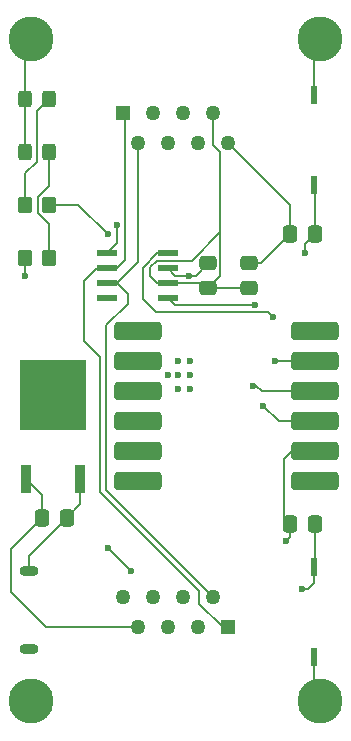
<source format=gbl>
%TF.GenerationSoftware,KiCad,Pcbnew,8.0.1-8.0.1-1~ubuntu22.04.1*%
%TF.CreationDate,2024-04-18T01:12:43-04:00*%
%TF.ProjectId,esp32_rover_devkit,65737033-325f-4726-9f76-65725f646576,rev?*%
%TF.SameCoordinates,Original*%
%TF.FileFunction,Copper,L4,Bot*%
%TF.FilePolarity,Positive*%
%FSLAX46Y46*%
G04 Gerber Fmt 4.6, Leading zero omitted, Abs format (unit mm)*
G04 Created by KiCad (PCBNEW 8.0.1-8.0.1-1~ubuntu22.04.1) date 2024-04-18 01:12:43*
%MOMM*%
%LPD*%
G01*
G04 APERTURE LIST*
G04 Aperture macros list*
%AMRoundRect*
0 Rectangle with rounded corners*
0 $1 Rounding radius*
0 $2 $3 $4 $5 $6 $7 $8 $9 X,Y pos of 4 corners*
0 Add a 4 corners polygon primitive as box body*
4,1,4,$2,$3,$4,$5,$6,$7,$8,$9,$2,$3,0*
0 Add four circle primitives for the rounded corners*
1,1,$1+$1,$2,$3*
1,1,$1+$1,$4,$5*
1,1,$1+$1,$6,$7*
1,1,$1+$1,$8,$9*
0 Add four rect primitives between the rounded corners*
20,1,$1+$1,$2,$3,$4,$5,0*
20,1,$1+$1,$4,$5,$6,$7,0*
20,1,$1+$1,$6,$7,$8,$9,0*
20,1,$1+$1,$8,$9,$2,$3,0*%
G04 Aperture macros list end*
%TA.AperFunction,SMDPad,CuDef*%
%ADD10RoundRect,0.225000X1.775000X0.525000X-1.775000X0.525000X-1.775000X-0.525000X1.775000X-0.525000X0*%
%TD*%
%TA.AperFunction,ComponentPad*%
%ADD11C,2.600000*%
%TD*%
%TA.AperFunction,ConnectorPad*%
%ADD12C,3.800000*%
%TD*%
%TA.AperFunction,ComponentPad*%
%ADD13O,1.600000X0.900000*%
%TD*%
%TA.AperFunction,SMDPad,CuDef*%
%ADD14R,0.939800X2.489200*%
%TD*%
%TA.AperFunction,SMDPad,CuDef*%
%ADD15R,5.562600X5.918200*%
%TD*%
%TA.AperFunction,SMDPad,CuDef*%
%ADD16RoundRect,0.250000X0.475000X-0.337500X0.475000X0.337500X-0.475000X0.337500X-0.475000X-0.337500X0*%
%TD*%
%TA.AperFunction,SMDPad,CuDef*%
%ADD17RoundRect,0.250000X-0.325000X-0.450000X0.325000X-0.450000X0.325000X0.450000X-0.325000X0.450000X0*%
%TD*%
%TA.AperFunction,SMDPad,CuDef*%
%ADD18R,0.609600X1.511300*%
%TD*%
%TA.AperFunction,SMDPad,CuDef*%
%ADD19RoundRect,0.250000X-0.337500X-0.475000X0.337500X-0.475000X0.337500X0.475000X-0.337500X0.475000X0*%
%TD*%
%TA.AperFunction,SMDPad,CuDef*%
%ADD20RoundRect,0.041300X0.833700X0.253700X-0.833700X0.253700X-0.833700X-0.253700X0.833700X-0.253700X0*%
%TD*%
%TA.AperFunction,SMDPad,CuDef*%
%ADD21RoundRect,0.250000X-0.350000X-0.450000X0.350000X-0.450000X0.350000X0.450000X-0.350000X0.450000X0*%
%TD*%
%TA.AperFunction,SMDPad,CuDef*%
%ADD22RoundRect,0.250000X0.350000X0.450000X-0.350000X0.450000X-0.350000X-0.450000X0.350000X-0.450000X0*%
%TD*%
%TA.AperFunction,ComponentPad*%
%ADD23R,1.268000X1.268000*%
%TD*%
%TA.AperFunction,ComponentPad*%
%ADD24C,1.268000*%
%TD*%
%TA.AperFunction,ViaPad*%
%ADD25C,0.600000*%
%TD*%
%TA.AperFunction,Conductor*%
%ADD26C,0.200000*%
%TD*%
G04 APERTURE END LIST*
D10*
%TO.P,U4,1,NC*%
%TO.N,unconnected-(U4-NC-Pad1)*%
X45600000Y-47700000D03*
%TO.P,U4,2,Vcc*%
%TO.N,+3.3V*%
X45600000Y-50240000D03*
%TO.P,U4,3,RX*%
%TO.N,TX1*%
X45600000Y-52780000D03*
%TO.P,U4,4,TX*%
%TO.N,RX1*%
X45600000Y-55320000D03*
%TO.P,U4,5,GND*%
%TO.N,GND*%
X45600000Y-57860000D03*
%TO.P,U4,6,NC*%
%TO.N,unconnected-(U4-NC-Pad6)*%
X45600000Y-60400000D03*
%TO.P,U4,7,NC*%
%TO.N,unconnected-(U4-NC-Pad7)*%
X30600000Y-47700000D03*
%TO.P,U4,8,NC*%
%TO.N,unconnected-(U4-NC-Pad8)*%
X30600000Y-50240000D03*
%TO.P,U4,9,NC*%
%TO.N,unconnected-(U4-NC-Pad9)*%
X30600000Y-52780000D03*
%TO.P,U4,10,NC*%
%TO.N,unconnected-(U4-NC-Pad10)*%
X30600000Y-55320000D03*
%TO.P,U4,11,NC*%
%TO.N,unconnected-(U4-NC-Pad11)*%
X30600000Y-57860000D03*
%TO.P,U4,12,NC*%
%TO.N,unconnected-(U4-NC-Pad12)*%
X30600000Y-60400000D03*
%TD*%
D11*
%TO.P,H2,1,1*%
%TO.N,GND*%
X46000000Y-23000000D03*
D12*
X46000000Y-23000000D03*
%TD*%
D11*
%TO.P,H4,1,1*%
%TO.N,GND*%
X46000000Y-79000000D03*
D12*
X46000000Y-79000000D03*
%TD*%
D11*
%TO.P,H3,1,1*%
%TO.N,GND*%
X21500000Y-79000000D03*
D12*
X21500000Y-79000000D03*
%TD*%
D11*
%TO.P,H1,1,1*%
%TO.N,GND*%
X21500000Y-23000000D03*
D12*
X21500000Y-23000000D03*
%TD*%
D13*
%TO.P,J1,6,Shield*%
%TO.N,GND*%
X21325000Y-68000000D03*
X21325000Y-74600000D03*
%TD*%
D14*
%TO.P,U2,1,GND*%
%TO.N,GND*%
X25686000Y-60194200D03*
D15*
%TO.P,U2,2,OUTPUT*%
%TO.N,+3.3V*%
X23400000Y-53120300D03*
D14*
%TO.P,U2,3,INPUT*%
%TO.N,+5V*%
X21114000Y-60194200D03*
%TD*%
D16*
%TO.P,C7,1*%
%TO.N,+5V*%
X40000000Y-44037500D03*
%TO.P,C7,2*%
%TO.N,GND*%
X40000000Y-41962500D03*
%TD*%
D17*
%TO.P,D2,1,K*%
%TO.N,GND*%
X20975000Y-28000000D03*
%TO.P,D2,2,A*%
%TO.N,Net-(D2-A)*%
X23025000Y-28000000D03*
%TD*%
D18*
%TO.P,SW1,1*%
%TO.N,GND*%
X45500000Y-75303650D03*
%TO.P,SW1,2*%
%TO.N,EN_PB*%
X45500000Y-67696350D03*
%TD*%
D17*
%TO.P,D1,1,K*%
%TO.N,GND*%
X20975000Y-32500000D03*
%TO.P,D1,2,A*%
%TO.N,Net-(D1-A)*%
X23025000Y-32500000D03*
%TD*%
D19*
%TO.P,C4,1*%
%TO.N,GND*%
X43462500Y-64000000D03*
%TO.P,C4,2*%
%TO.N,EN_PB*%
X45537500Y-64000000D03*
%TD*%
%TO.P,C6,1*%
%TO.N,+5V*%
X22462500Y-63500000D03*
%TO.P,C6,2*%
%TO.N,GND*%
X24537500Y-63500000D03*
%TD*%
%TO.P,C5,1*%
%TO.N,GND*%
X43462500Y-39500000D03*
%TO.P,C5,2*%
%TO.N,GPIO_0*%
X45537500Y-39500000D03*
%TD*%
D18*
%TO.P,SW2,1*%
%TO.N,GND*%
X45500000Y-27696350D03*
%TO.P,SW2,2*%
%TO.N,GPIO_0*%
X45500000Y-35303650D03*
%TD*%
D20*
%TO.P,U3,1,TXD*%
%TO.N,RXC*%
X33085000Y-41095000D03*
%TO.P,U3,2,GND*%
%TO.N,GND*%
X33085000Y-42365000D03*
%TO.P,U3,3,VCC*%
%TO.N,+5V*%
X33085000Y-43635000D03*
%TO.P,U3,4,RXD*%
%TO.N,TXC*%
X33085000Y-44905000D03*
%TO.P,U3,5,VREF*%
%TO.N,unconnected-(U3-VREF-Pad5)*%
X27915000Y-44905000D03*
%TO.P,U3,6,CANL*%
%TO.N,CANL*%
X27915000Y-43635000D03*
%TO.P,U3,7,CANH*%
%TO.N,CANH*%
X27915000Y-42365000D03*
%TO.P,U3,8,S*%
%TO.N,GND*%
X27915000Y-41095000D03*
%TD*%
D16*
%TO.P,C8,1*%
%TO.N,+5V*%
X36500000Y-44037500D03*
%TO.P,C8,2*%
%TO.N,GND*%
X36500000Y-41962500D03*
%TD*%
D21*
%TO.P,R3,1*%
%TO.N,Net-(D2-A)*%
X21000000Y-37000000D03*
%TO.P,R3,2*%
%TO.N,LED_BUILDIN*%
X23000000Y-37000000D03*
%TD*%
D22*
%TO.P,R2,1*%
%TO.N,Net-(D1-A)*%
X23000000Y-41500000D03*
%TO.P,R2,2*%
%TO.N,+3.3V*%
X21000000Y-41500000D03*
%TD*%
D23*
%TO.P,J3,1*%
%TO.N,CANH*%
X38229000Y-72770000D03*
D24*
%TO.P,J3,2*%
%TO.N,CANL*%
X36959000Y-70230000D03*
%TO.P,J3,3*%
%TO.N,unconnected-(J3-Pad3)*%
X35689000Y-72770000D03*
%TO.P,J3,4*%
%TO.N,unconnected-(J3-Pad4)*%
X34419000Y-70230000D03*
%TO.P,J3,5*%
%TO.N,unconnected-(J3-Pad5)*%
X33149000Y-72770000D03*
%TO.P,J3,6*%
%TO.N,unconnected-(J3-Pad6)*%
X31879000Y-70230000D03*
%TO.P,J3,7*%
%TO.N,+5V*%
X30609000Y-72770000D03*
%TO.P,J3,8*%
%TO.N,GND*%
X29339000Y-70230000D03*
%TD*%
D23*
%TO.P,J2,1*%
%TO.N,CANH*%
X29339000Y-29230000D03*
D24*
%TO.P,J2,2*%
%TO.N,CANL*%
X30609000Y-31770000D03*
%TO.P,J2,3*%
%TO.N,unconnected-(J2-Pad3)*%
X31879000Y-29230000D03*
%TO.P,J2,4*%
%TO.N,unconnected-(J2-Pad4)*%
X33149000Y-31770000D03*
%TO.P,J2,5*%
%TO.N,unconnected-(J2-Pad5)*%
X34419000Y-29230000D03*
%TO.P,J2,6*%
%TO.N,unconnected-(J2-Pad6)*%
X35689000Y-31770000D03*
%TO.P,J2,7*%
%TO.N,+5V*%
X36959000Y-29230000D03*
%TO.P,J2,8*%
%TO.N,GND*%
X38229000Y-31770000D03*
%TD*%
D25*
%TO.N,GND*%
X34000000Y-52600000D03*
X35000000Y-52600000D03*
X34000000Y-51400000D03*
X33100000Y-51400000D03*
X35000000Y-51400000D03*
X34000000Y-50200000D03*
X35000000Y-50200000D03*
X28800000Y-38700000D03*
%TO.N,TX1*%
X40300000Y-52300000D03*
%TO.N,RX1*%
X41200000Y-54000000D03*
%TO.N,+3.3V*%
X42200000Y-50240000D03*
X21300000Y-55500000D03*
X25300000Y-55500000D03*
X22300000Y-55500000D03*
X23300000Y-55500000D03*
X24300000Y-55500000D03*
X21300000Y-54600000D03*
X25300000Y-54600000D03*
X22300000Y-54600000D03*
X23300000Y-54600000D03*
X24300000Y-54600000D03*
X21300000Y-53600000D03*
X25300000Y-53600000D03*
X22300000Y-53600000D03*
X23300000Y-53600000D03*
X24300000Y-53600000D03*
X21300000Y-52600000D03*
X25300000Y-52600000D03*
X22300000Y-52600000D03*
X23300000Y-52600000D03*
X24300000Y-52600000D03*
X21300000Y-51600000D03*
X25300000Y-51600000D03*
X22300000Y-51600000D03*
X23300000Y-51600000D03*
X24300000Y-51600000D03*
X25300000Y-50700000D03*
X24300000Y-50700000D03*
X23300000Y-50700000D03*
X22300000Y-50700000D03*
X21300000Y-50700000D03*
%TO.N,EN_PB*%
X28037500Y-66037500D03*
%TO.N,GND*%
X34861805Y-43006449D03*
X43122102Y-65429103D03*
%TO.N,+3.3V*%
X21000000Y-43000000D03*
%TO.N,EN_PB*%
X44500000Y-69500000D03*
X30000000Y-68000000D03*
%TO.N,GPIO_0*%
X44700000Y-41100000D03*
%TO.N,LED_BUILDIN*%
X28000000Y-39500000D03*
%TO.N,TXC*%
X40500000Y-45500000D03*
%TO.N,RXC*%
X42000000Y-46500000D03*
%TD*%
D26*
%TO.N,GPIO_0*%
X44700000Y-41100000D02*
X44700000Y-40337500D01*
X44700000Y-40337500D02*
X45537500Y-39500000D01*
%TO.N,GND*%
X28800000Y-38700000D02*
X28800000Y-40210000D01*
X28800000Y-40210000D02*
X27915000Y-41095000D01*
%TO.N,TX1*%
X40300000Y-52300000D02*
X40600000Y-52300000D01*
X40600000Y-52300000D02*
X41080000Y-52780000D01*
X41080000Y-52780000D02*
X45600000Y-52780000D01*
%TO.N,RX1*%
X42520000Y-55320000D02*
X45600000Y-55320000D01*
X41200000Y-54000000D02*
X42520000Y-55320000D01*
%TO.N,+3.3V*%
X42200000Y-50240000D02*
X45600000Y-50240000D01*
%TO.N,GND*%
X45600000Y-57860000D02*
X43600000Y-57860000D01*
X43600000Y-57860000D02*
X42900000Y-58560000D01*
X42900000Y-58560000D02*
X42900000Y-63437500D01*
X42900000Y-63437500D02*
X43462500Y-64000000D01*
%TO.N,RXC*%
X42000000Y-46500000D02*
X41600000Y-46100000D01*
X41600000Y-46100000D02*
X32100000Y-46100000D01*
X32100000Y-46100000D02*
X31000000Y-45000000D01*
X31000000Y-45000000D02*
X31000000Y-42313099D01*
X31000000Y-42313099D02*
X32218099Y-41095000D01*
X32218099Y-41095000D02*
X33085000Y-41095000D01*
%TO.N,CANL*%
X36959000Y-70230000D02*
X27900000Y-61171000D01*
X27900000Y-61171000D02*
X27900000Y-47200000D01*
X29700000Y-45400000D02*
X29700000Y-44545001D01*
X27900000Y-47200000D02*
X29700000Y-45400000D01*
X29700000Y-44545001D02*
X28789999Y-43635000D01*
%TO.N,CANH*%
X38229000Y-72770000D02*
X37770000Y-72770000D01*
X27400000Y-49900000D02*
X26000000Y-48500000D01*
X37770000Y-72770000D02*
X35773663Y-70773663D01*
X27400000Y-61300000D02*
X27400000Y-49900000D01*
X35773663Y-70773663D02*
X35773663Y-69673663D01*
X35773663Y-69673663D02*
X27400000Y-61300000D01*
X26000000Y-48500000D02*
X26000000Y-43489392D01*
X26000000Y-43489392D02*
X27124392Y-42365000D01*
X27124392Y-42365000D02*
X27915000Y-42365000D01*
%TO.N,+5V*%
X30609000Y-72770000D02*
X22770000Y-72770000D01*
X22770000Y-72770000D02*
X19800000Y-69800000D01*
X19800000Y-69800000D02*
X19800000Y-66162500D01*
X19800000Y-66162500D02*
X22462500Y-63500000D01*
%TO.N,GND*%
X25686000Y-60194200D02*
X25686000Y-62351500D01*
X25686000Y-62351500D02*
X24537500Y-63500000D01*
%TO.N,+5V*%
X22462500Y-63500000D02*
X22462500Y-61542700D01*
X22462500Y-61542700D02*
X21114000Y-60194200D01*
%TO.N,GND*%
X21325000Y-68000000D02*
X21325000Y-66712500D01*
X21325000Y-66712500D02*
X24537500Y-63500000D01*
%TO.N,CANL*%
X28789999Y-43635000D02*
X27915000Y-43635000D01*
%TO.N,EN_PB*%
X30000000Y-68000000D02*
X28037500Y-66037500D01*
%TO.N,GND*%
X41000000Y-41962500D02*
X43462500Y-39500000D01*
X40000000Y-41962500D02*
X41000000Y-41962500D01*
X45500000Y-27696350D02*
X45500000Y-23500000D01*
X36500000Y-41962500D02*
X35456051Y-43006449D01*
X43462500Y-65088705D02*
X43122102Y-65429103D01*
X20975000Y-28000000D02*
X20975000Y-23525000D01*
X45500000Y-23500000D02*
X46000000Y-23000000D01*
X20975000Y-23525000D02*
X21500000Y-23000000D01*
X20975000Y-28000000D02*
X20975000Y-32500000D01*
X45500000Y-75303650D02*
X45500000Y-78500000D01*
X33726449Y-43006449D02*
X33085000Y-42365000D01*
X35456051Y-43006449D02*
X33726449Y-43006449D01*
X43462500Y-37003500D02*
X38229000Y-31770000D01*
X45500000Y-78500000D02*
X46000000Y-79000000D01*
X43462500Y-64000000D02*
X43462500Y-65088705D01*
X43462500Y-39500000D02*
X43462500Y-37003500D01*
%TO.N,+3.3V*%
X21000000Y-41500000D02*
X21000000Y-43000000D01*
%TO.N,EN_PB*%
X45500000Y-69000000D02*
X45500000Y-67696350D01*
X45537500Y-64000000D02*
X45537500Y-67658850D01*
X45000000Y-69500000D02*
X45500000Y-69000000D01*
X44500000Y-69500000D02*
X45000000Y-69500000D01*
X45537500Y-67658850D02*
X45500000Y-67696350D01*
%TO.N,GPIO_0*%
X45537500Y-35341150D02*
X45500000Y-35303650D01*
X45537500Y-39500000D02*
X45537500Y-35341150D01*
%TO.N,+5V*%
X31605719Y-43030718D02*
X31605719Y-42273066D01*
X36500000Y-44037500D02*
X40000000Y-44037500D01*
X35147241Y-41718015D02*
X37525000Y-39340256D01*
X32210001Y-43635000D02*
X31605719Y-43030718D01*
X37525000Y-43012500D02*
X37525000Y-41000000D01*
X33085000Y-43635000D02*
X32210001Y-43635000D01*
X33085000Y-43635000D02*
X36097500Y-43635000D01*
X31605719Y-42273066D02*
X32160770Y-41718015D01*
X36500000Y-44037500D02*
X37525000Y-43012500D01*
X32160770Y-41718015D02*
X35147241Y-41718015D01*
X37525000Y-32525000D02*
X36959000Y-31959000D01*
X36097500Y-43635000D02*
X36500000Y-44037500D01*
X37525000Y-41000000D02*
X37525000Y-32525000D01*
X36959000Y-31959000D02*
X36959000Y-29230000D01*
%TO.N,Net-(D1-A)*%
X22100000Y-36315256D02*
X23000000Y-35415256D01*
X23000000Y-32525000D02*
X23025000Y-32500000D01*
X23000000Y-35415256D02*
X23000000Y-32525000D01*
X23000000Y-41500000D02*
X23000000Y-38584744D01*
X22100000Y-37684744D02*
X22100000Y-36315256D01*
X23000000Y-38584744D02*
X22100000Y-37684744D01*
%TO.N,Net-(D2-A)*%
X22000000Y-29025000D02*
X23025000Y-28000000D01*
X22000000Y-33334744D02*
X22000000Y-29025000D01*
X21000000Y-34334744D02*
X22000000Y-33334744D01*
X21000000Y-37000000D02*
X21000000Y-34334744D01*
%TO.N,CANL*%
X30609000Y-31770000D02*
X30609000Y-41815999D01*
X30609000Y-41815999D02*
X28789999Y-43635000D01*
%TO.N,CANH*%
X29500000Y-29391000D02*
X29500000Y-41654999D01*
X29339000Y-29230000D02*
X29500000Y-29391000D01*
X28789999Y-42365000D02*
X27915000Y-42365000D01*
X29500000Y-41654999D02*
X28789999Y-42365000D01*
%TO.N,LED_BUILDIN*%
X25500000Y-37000000D02*
X28000000Y-39500000D01*
X23000000Y-37000000D02*
X25500000Y-37000000D01*
%TO.N,TXC*%
X40500000Y-45500000D02*
X33680000Y-45500000D01*
X33680000Y-45500000D02*
X33085000Y-44905000D01*
%TD*%
M02*

</source>
